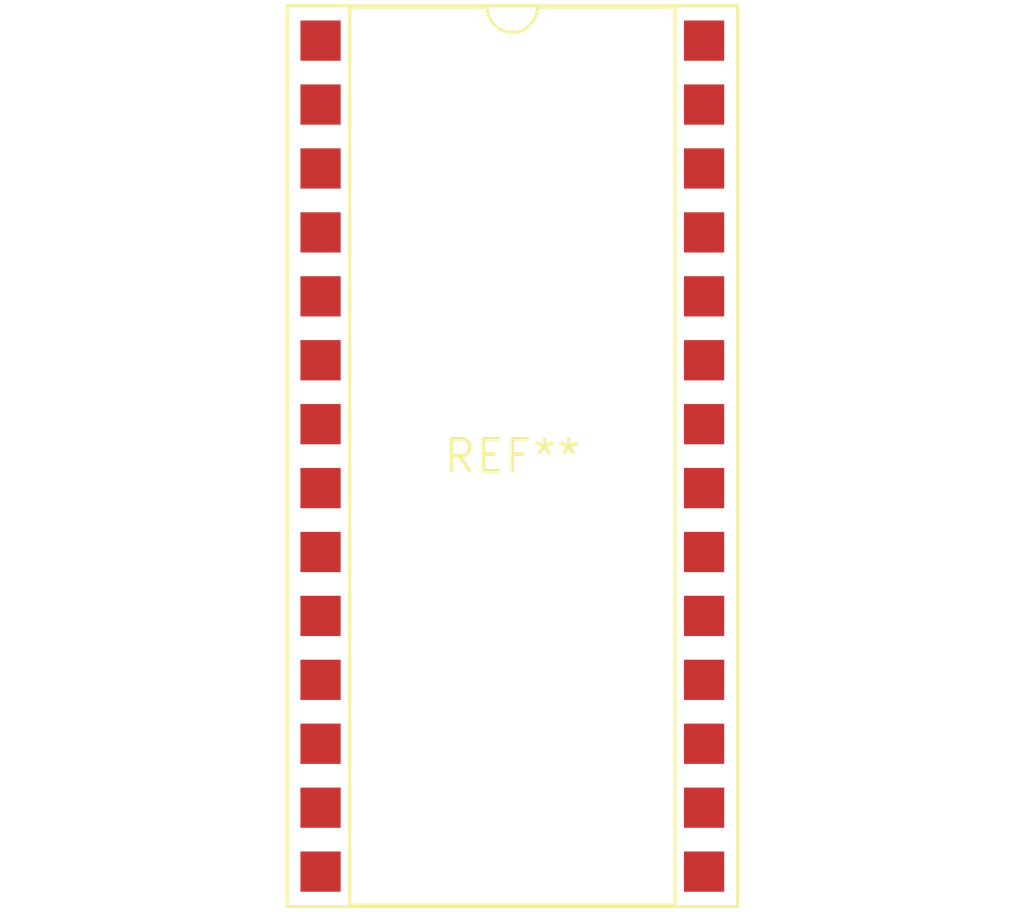
<source format=kicad_pcb>
(kicad_pcb (version 20240108) (generator pcbnew)
  (layers (0 "F.Cu" signal) (31 "B.Cu" signal) (34 "B.Paste" user) (35 "F.Paste" user) (36 "B.SilkS" user "B.Silkscreen") (37 "F.SilkS" user "F.Silkscreen") (38 "B.Mask" user) (39 "F.Mask" user) (44 "Edge.Cuts" user))
  (net 0 "")
  (footprint "DIP-28_W15.24mm_SMDSocket_SmallPads" (layer "F.Cu") (at 0 0)
    (property "Reference" "REF**")
    (property "Value" "DIP-28_W15.24mm_SMDSocket_SmallPads")
    (fp_line (start -8.95 -17.9) (end -8.95 17.9) (layer "F.SilkS") (stroke (width 0.12)))
    (fp_line (start -8.95 17.9) (end 8.95 17.9) (layer "F.SilkS") (stroke (width 0.12)))
    (fp_line (start -6.46 -17.84) (end -6.46 17.84) (layer "F.SilkS") (stroke (width 0.12)))
    (fp_line (start -6.46 17.84) (end 6.46 17.84) (layer "F.SilkS") (stroke (width 0.12)))
    (fp_line (start -1 -17.84) (end -6.46 -17.84) (layer "F.SilkS") (stroke (width 0.12)))
    (fp_line (start 6.46 -17.84) (end 1 -17.84) (layer "F.SilkS") (stroke (width 0.12)))
    (fp_line (start 6.46 17.84) (end 6.46 -17.84) (layer "F.SilkS") (stroke (width 0.12)))
    (fp_line (start 8.95 -17.9) (end -8.95 -17.9) (layer "F.SilkS") (stroke (width 0.12)))
    (fp_line (start 8.95 17.9) (end 8.95 -17.9) (layer "F.SilkS") (stroke (width 0.12)))
    (fp_arc (start 1 -17.84) (mid 0 -16.84) (end -1 -17.84) (layer "F.SilkS") (stroke (width 0.12)))
    (pad "1" smd rect (at -7.62 -16.51) (size 1.6 1.6) (layers "F.Cu" "F.Paste" "F.Mask"))
    (pad "2" smd rect (at -7.62 -13.97) (size 1.6 1.6) (layers "F.Cu" "F.Paste" "F.Mask"))
    (pad "3" smd rect (at -7.62 -11.43) (size 1.6 1.6) (layers "F.Cu" "F.Paste" "F.Mask"))
    (pad "4" smd rect (at -7.62 -8.89) (size 1.6 1.6) (layers "F.Cu" "F.Paste" "F.Mask"))
    (pad "5" smd rect (at -7.62 -6.35) (size 1.6 1.6) (layers "F.Cu" "F.Paste" "F.Mask"))
    (pad "6" smd rect (at -7.62 -3.81) (size 1.6 1.6) (layers "F.Cu" "F.Paste" "F.Mask"))
    (pad "7" smd rect (at -7.62 -1.27) (size 1.6 1.6) (layers "F.Cu" "F.Paste" "F.Mask"))
    (pad "8" smd rect (at -7.62 1.27) (size 1.6 1.6) (layers "F.Cu" "F.Paste" "F.Mask"))
    (pad "9" smd rect (at -7.62 3.81) (size 1.6 1.6) (layers "F.Cu" "F.Paste" "F.Mask"))
    (pad "10" smd rect (at -7.62 6.35) (size 1.6 1.6) (layers "F.Cu" "F.Paste" "F.Mask"))
    (pad "11" smd rect (at -7.62 8.89) (size 1.6 1.6) (layers "F.Cu" "F.Paste" "F.Mask"))
    (pad "12" smd rect (at -7.62 11.43) (size 1.6 1.6) (layers "F.Cu" "F.Paste" "F.Mask"))
    (pad "13" smd rect (at -7.62 13.97) (size 1.6 1.6) (layers "F.Cu" "F.Paste" "F.Mask"))
    (pad "14" smd rect (at -7.62 16.51) (size 1.6 1.6) (layers "F.Cu" "F.Paste" "F.Mask"))
    (pad "15" smd rect (at 7.62 16.51) (size 1.6 1.6) (layers "F.Cu" "F.Paste" "F.Mask"))
    (pad "16" smd rect (at 7.62 13.97) (size 1.6 1.6) (layers "F.Cu" "F.Paste" "F.Mask"))
    (pad "17" smd rect (at 7.62 11.43) (size 1.6 1.6) (layers "F.Cu" "F.Paste" "F.Mask"))
    (pad "18" smd rect (at 7.62 8.89) (size 1.6 1.6) (layers "F.Cu" "F.Paste" "F.Mask"))
    (pad "19" smd rect (at 7.62 6.35) (size 1.6 1.6) (layers "F.Cu" "F.Paste" "F.Mask"))
    (pad "20" smd rect (at 7.62 3.81) (size 1.6 1.6) (layers "F.Cu" "F.Paste" "F.Mask"))
    (pad "21" smd rect (at 7.62 1.27) (size 1.6 1.6) (layers "F.Cu" "F.Paste" "F.Mask"))
    (pad "22" smd rect (at 7.62 -1.27) (size 1.6 1.6) (layers "F.Cu" "F.Paste" "F.Mask"))
    (pad "23" smd rect (at 7.62 -3.81) (size 1.6 1.6) (layers "F.Cu" "F.Paste" "F.Mask"))
    (pad "24" smd rect (at 7.62 -6.35) (size 1.6 1.6) (layers "F.Cu" "F.Paste" "F.Mask"))
    (pad "25" smd rect (at 7.62 -8.89) (size 1.6 1.6) (layers "F.Cu" "F.Paste" "F.Mask"))
    (pad "26" smd rect (at 7.62 -11.43) (size 1.6 1.6) (layers "F.Cu" "F.Paste" "F.Mask"))
    (pad "27" smd rect (at 7.62 -13.97) (size 1.6 1.6) (layers "F.Cu" "F.Paste" "F.Mask"))
    (pad "28" smd rect (at 7.62 -16.51) (size 1.6 1.6) (layers "F.Cu" "F.Paste" "F.Mask"))
  )
)
</source>
